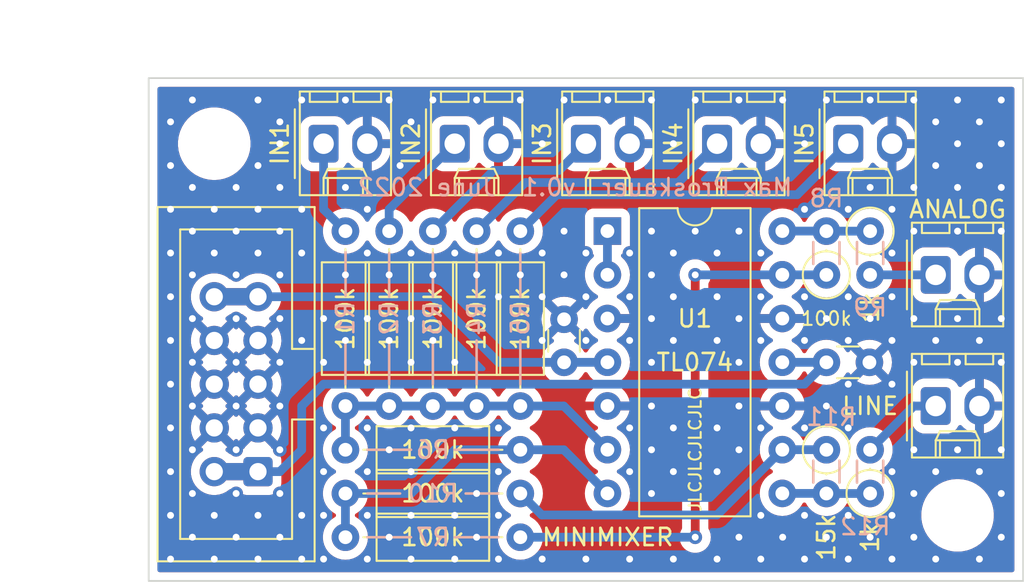
<source format=kicad_pcb>
(kicad_pcb (version 20211014) (generator pcbnew)
  (title_block (title "Minimixer") (date "2022-06-03") (rev "0.1") (company "Max Proskauer"))
  (layers (0 "F.Cu" signal) (31 "B.Cu" signal) (34 "B.Paste" user) (35 "F.Paste" user) (36 "B.SilkS" user "B.Silkscreen") (37 "F.SilkS" user "F.Silkscreen") (38 "B.Mask" user) (39 "F.Mask" user) (44 "Edge.Cuts" user))
  (net 0 "")
  (net 1 "+12V")
  (net 2 "GND")
  (net 3 "-12V")
  (net 4 "/IN1")
  (net 5 "/IN2")
  (net 6 "/IN3")
  (net 7 "/IN4")
  (net 8 "/IN5")
  (net 9 "/ANALOG OUT")
  (net 10 "/SUM_IN")
  (net 11 "/LINE_OUT")
  (net 12 "/MIX")
  (net 13 "/INV_AO_IN")
  (net 14 "/INV_AO_OUT")
  (net 15 "/INV_LO_IN")
  (net 16 "/INV_LO_OUT")
  (net 17 "Net-(U1-Pad1)")
  (footprint "Resistor_THT:R_Axial_DIN0207_L6.3mm_D2.5mm_P10.16mm_Horizontal" (layer "F.Cu") (at 143.5225 96.52 -90)
    (fp_text reference "R2" (at 5.08 0 90) (layer "B.SilkS") (effects (justify mirror)))
    (fp_text value "100k" (at 5.08 0 90) (layer "F.SilkS"))
    (pad "1" thru_hole circle (at 0 0 270) (size 1.6 1.6) (drill 0.8) (layers *.Cu *.Mask) (net 5 "/IN2"))
    (pad "2" thru_hole oval (at 10.16 0 270) (size 1.6 1.6) (drill 0.8) (layers *.Cu *.Mask) (net 10 "/SUM_IN"))
  )
  (footprint "Resistor_THT:R_Axial_DIN0207_L6.3mm_D2.5mm_P10.16mm_Horizontal" (layer "F.Cu") (at 146.0625 96.52 -90)
    (fp_text reference "R3" (at 5.08 0 90) (layer "B.SilkS") (effects (justify mirror)))
    (fp_text value "100k" (at 5.08 0 90) (layer "F.SilkS"))
    (pad "1" thru_hole circle (at 0 0 270) (size 1.6 1.6) (drill 0.8) (layers *.Cu *.Mask) (net 6 "/IN3"))
    (pad "2" thru_hole oval (at 10.16 0 270) (size 1.6 1.6) (drill 0.8) (layers *.Cu *.Mask) (net 10 "/SUM_IN"))
  )
  (footprint "Connector_Molex:Molex_KK-254_AE-6410-02A_1x02_P2.54mm_Vertical" (layer "F.Cu") (at 154.9525 91.44)
    (fp_text reference "J3" hide)
    (fp_text value "IN3" (at -2.54 0 270) (layer "F.SilkS"))
    (pad "1" thru_hole roundrect (at 0 0) (size 1.74 2.19) (drill 1.19) (layers *.Cu *.Mask) (roundrect_rratio 0.1436781609) (net 6 "/IN3"))
    (pad "2" thru_hole oval (at 2.54 0) (size 1.74 2.19) (drill 1.19) (layers *.Cu *.Mask) (net 2 "GND"))
  )
  (footprint "Connector_Molex:Molex_KK-254_AE-6410-02A_1x02_P2.54mm_Vertical" (layer "F.Cu") (at 175.2725 99.06)
    (fp_text reference "J6" hide)
    (fp_text value "ANALOG" (at 1.27 -3.81 180) (layer "F.SilkS"))
    (pad "1" thru_hole roundrect (at 0 0) (size 1.74 2.19) (drill 1.19) (layers *.Cu *.Mask) (roundrect_rratio 0.1436781609) (net 9 "/ANALOG OUT"))
    (pad "2" thru_hole oval (at 2.54 0) (size 1.74 2.19) (drill 1.19) (layers *.Cu *.Mask) (net 2 "GND"))
  )
  (footprint "Resistor_THT:R_Axial_DIN0207_L6.3mm_D2.5mm_P2.54mm_Vertical" (layer "F.Cu") (at 171.4625 111.76 90)
    (fp_text reference "R12" (at -1.905 1.27 180) (layer "B.SilkS") (effects (justify left mirror)))
    (fp_text value "1k" (at -2.54 0 270) (layer "F.SilkS"))
    (pad "1" thru_hole circle (at 0 0 90) (size 1.6 1.6) (drill 0.8) (layers *.Cu *.Mask) (net 16 "/INV_LO_OUT"))
    (pad "2" thru_hole oval (at 2.54 0 90) (size 1.6 1.6) (drill 0.8) (layers *.Cu *.Mask) (net 11 "/LINE_OUT"))
  )
  (footprint "Connector_Molex:Molex_KK-254_AE-6410-02A_1x02_P2.54mm_Vertical" (layer "F.Cu") (at 147.3325 91.44)
    (fp_text reference "J2" hide)
    (fp_text value "IN2" (at -2.54 0 270) (layer "F.SilkS"))
    (pad "1" thru_hole roundrect (at 0 0) (size 1.74 2.19) (drill 1.19) (layers *.Cu *.Mask) (roundrect_rratio 0.1436781609) (net 5 "/IN2"))
    (pad "2" thru_hole oval (at 2.54 0) (size 1.74 2.19) (drill 1.19) (layers *.Cu *.Mask) (net 2 "GND"))
  )
  (footprint "Resistor_THT:R_Axial_DIN0207_L6.3mm_D2.5mm_P10.16mm_Horizontal" (layer "F.Cu") (at 140.9825 96.52 -90)
    (fp_text reference "R1" (at 5.08 0 90) (layer "B.SilkS") (effects (justify mirror)))
    (fp_text value "100k" (at 5.08 0 90) (layer "F.SilkS"))
    (pad "1" thru_hole circle (at 0 0 270) (size 1.6 1.6) (drill 0.8) (layers *.Cu *.Mask) (net 4 "/IN1"))
    (pad "2" thru_hole oval (at 10.16 0 270) (size 1.6 1.6) (drill 0.8) (layers *.Cu *.Mask) (net 10 "/SUM_IN"))
  )
  (footprint "Resistor_THT:R_Axial_DIN0207_L6.3mm_D2.5mm_P10.16mm_Horizontal" (layer "F.Cu") (at 148.6025 96.52 -90)
    (fp_text reference "R4" (at 5.08 0 90) (layer "B.SilkS") (effects (justify mirror)))
    (fp_text value "100k" (at 5.08 0 90) (layer "F.SilkS"))
    (pad "1" thru_hole circle (at 0 0 270) (size 1.6 1.6) (drill 0.8) (layers *.Cu *.Mask) (net 7 "/IN4"))
    (pad "2" thru_hole oval (at 10.16 0 270) (size 1.6 1.6) (drill 0.8) (layers *.Cu *.Mask) (net 10 "/SUM_IN"))
  )
  (footprint "Capacitor_THT:C_Disc_D3.0mm_W1.6mm_P2.50mm" (layer "F.Cu") (at 153.6825 104.14 90)
    (fp_text reference "C1" hide)
    (fp_text value "0.1uF" hide)
    (pad "1" thru_hole circle (at 0 0 90) (size 1.6 1.6) (drill 0.8) (layers *.Cu *.Mask) (net 1 "+12V"))
    (pad "2" thru_hole circle (at 2.5 0 90) (size 1.6 1.6) (drill 0.8) (layers *.Cu *.Mask) (net 2 "GND"))
  )
  (footprint "Resistor_THT:R_Axial_DIN0207_L6.3mm_D2.5mm_P10.16mm_Horizontal" (layer "F.Cu") (at 140.9825 111.76)
    (fp_text reference "R10" (at 5.08 0) (layer "B.SilkS") (effects (justify mirror)))
    (fp_text value "100k" (at 5.08 0) (layer "F.SilkS"))
    (pad "1" thru_hole circle (at 0 0) (size 1.6 1.6) (drill 0.8) (layers *.Cu *.Mask) (net 12 "/MIX"))
    (pad "2" thru_hole oval (at 10.16 0) (size 1.6 1.6) (drill 0.8) (layers *.Cu *.Mask) (net 15 "/INV_LO_IN"))
  )
  (footprint "MountingHole:MountingHole_3.2mm_M3" (layer "F.Cu") (at 133.3625 91.44)
    (fp_text reference "H1" hide)
    (fp_text value "MountingHole" hide)
    (pad "" np_thru_hole circle (at 0 0) (size 3.2 3.2) (drill 3.2) (layers *.Cu *.Mask))
  )
  (footprint "Resistor_THT:R_Axial_DIN0207_L6.3mm_D2.5mm_P2.54mm_Vertical" (layer "F.Cu") (at 168.9225 109.22 -90)
    (fp_text reference "R11" (at -1.905 1.27) (layer "B.SilkS") (effects (justify right mirror)))
    (fp_text value "15k" (at 5.08 0 90) (layer "F.SilkS"))
    (pad "1" thru_hole circle (at 0 0 270) (size 1.6 1.6) (drill 0.8) (layers *.Cu *.Mask) (net 15 "/INV_LO_IN"))
    (pad "2" thru_hole oval (at 2.54 0 270) (size 1.6 1.6) (drill 0.8) (layers *.Cu *.Mask) (net 16 "/INV_LO_OUT"))
  )
  (footprint "Resistor_THT:R_Axial_DIN0207_L6.3mm_D2.5mm_P10.16mm_Horizontal" (layer "F.Cu") (at 140.9825 109.22)
    (fp_text reference "R6" (at 5.08 0) (layer "B.SilkS") (effects (justify mirror)))
    (fp_text value "100k" (at 5.08 0) (layer "F.SilkS"))
    (pad "1" thru_hole circle (at 0 0) (size 1.6 1.6) (drill 0.8) (layers *.Cu *.Mask) (net 10 "/SUM_IN"))
    (pad "2" thru_hole oval (at 10.16 0) (size 1.6 1.6) (drill 0.8) (layers *.Cu *.Mask) (net 12 "/MIX"))
  )
  (footprint "Resistor_THT:R_Axial_DIN0207_L6.3mm_D2.5mm_P10.16mm_Horizontal" (layer "F.Cu") (at 140.9825 114.3)
    (fp_text reference "R7" (at 5.08 0) (layer "B.SilkS") (effects (justify mirror)))
    (fp_text value "100k" (at 5.08 0) (layer "F.SilkS"))
    (pad "1" thru_hole circle (at 0 0) (size 1.6 1.6) (drill 0.8) (layers *.Cu *.Mask) (net 12 "/MIX"))
    (pad "2" thru_hole oval (at 10.16 0) (size 1.6 1.6) (drill 0.8) (layers *.Cu *.Mask) (net 13 "/INV_AO_IN"))
  )
  (footprint "Connector_IDC:IDC-Header_2x05_P2.54mm_Vertical" (layer "F.Cu") (at 135.9025 110.49 180)
    (fp_text reference "J7" hide)
    (fp_text value "Modular Power" hide)
    (pad "1" thru_hole roundrect (at 0 0 180) (size 1.7 1.7) (drill 1) (layers *.Cu *.Mask) (roundrect_rratio 0.1470588235) (net 3 "-12V"))
    (pad "2" thru_hole circle (at 2.54 0 180) (size 1.7 1.7) (drill 1) (layers *.Cu *.Mask) (net 3 "-12V"))
    (pad "3" thru_hole circle (at 0 2.54 180) (size 1.7 1.7) (drill 1) (layers *.Cu *.Mask) (net 2 "GND"))
    (pad "4" thru_hole circle (at 2.54 2.54 180) (size 1.7 1.7) (drill 1) (layers *.Cu *.Mask) (net 2 "GND"))
    (pad "5" thru_hole circle (at 0 5.08 180) (size 1.7 1.7) (drill 1) (layers *.Cu *.Mask) (net 2 "GND"))
    (pad "6" thru_hole circle (at 2.54 5.08 180) (size 1.7 1.7) (drill 1) (layers *.Cu *.Mask) (net 2 "GND"))
    (pad "7" thru_hole circle (at 0 7.62 180) (size 1.7 1.7) (drill 1) (layers *.Cu *.Mask) (net 2 "GND"))
    (pad "8" thru_hole circle (at 2.54 7.62 180) (size 1.7 1.7) (drill 1) (layers *.Cu *.Mask) (net 2 "GND"))
    (pad "9" thru_hole circle (at 0 10.16 180) (size 1.7 1.7) (drill 1) (layers *.Cu *.Mask) (net 1 "+12V"))
    (pad "10" thru_hole circle (at 2.54 10.16 180) (size 1.7 1.7) (drill 1) (layers *.Cu *.Mask) (net 1 "+12V"))
  )
  (footprint "Resistor_THT:R_Axial_DIN0207_L6.3mm_D2.5mm_P2.54mm_Vertical" (layer "F.Cu") (at 168.9225 99.06 90)
    (fp_text reference "R8" (at 4.445 0 180) (layer "B.SilkS") (effects (justify mirror)))
    (fp_text value "100k" (at -2.54 0) (layer "F.SilkS") (effects (font (size 0.8 0.8) (thickness 0.12))))
    (pad "1" thru_hole circle (at 0 0 90) (size 1.6 1.6) (drill 0.8) (layers *.Cu *.Mask) (net 13 "/INV_AO_IN"))
    (pad "2" thru_hole oval (at 2.54 0 90) (size 1.6 1.6) (drill 0.8) (layers *.Cu *.Mask) (net 14 "/INV_AO_OUT"))
  )
  (footprint "Resistor_THT:R_Axial_DIN0207_L6.3mm_D2.5mm_P2.54mm_Vertical" (layer "F.Cu") (at 171.4625 96.52 -90)
    (fp_text reference "R9" (at 4.445 0 -180) (layer "B.SilkS") (effects (justify mirror)))
    (fp_text value "1k" (at 4.445 0 -90) (layer "F.SilkS"))
    (pad "1" thru_hole circle (at 0 0 270) (size 1.6 1.6) (drill 0.8) (layers *.Cu *.Mask) (net 14 "/INV_AO_OUT"))
    (pad "2" thru_hole oval (at 2.54 0 270) (size 1.6 1.6) (drill 0.8) (layers *.Cu *.Mask) (net 9 "/ANALOG OUT"))
  )
  (footprint "MountingHole:MountingHole_3.2mm_M3" (layer "F.Cu") (at 176.5425 113.03)
    (fp_text reference "H2" hide)
    (fp_text value "MountingHole" hide)
    (pad "" np_thru_hole circle (at 0 0) (size 3.2 3.2) (drill 3.2) (layers *.Cu *.Mask))
  )
  (footprint "Connector_Molex:Molex_KK-254_AE-6410-02A_1x02_P2.54mm_Vertical" (layer "F.Cu") (at 170.1925 91.44)
    (fp_text reference "J5" hide)
    (fp_text value "IN5" (at -2.54 0 270) (layer "F.SilkS"))
    (pad "1" thru_hole roundrect (at 0 0) (size 1.74 2.19) (drill 1.19) (layers *.Cu *.Mask) (roundrect_rratio 0.1436781609) (net 8 "/IN5"))
    (pad "2" thru_hole oval (at 2.54 0) (size 1.74 2.19) (drill 1.19) (layers *.Cu *.Mask) (net 2 "GND"))
  )
  (footprint "Resistor_THT:R_Axial_DIN0207_L6.3mm_D2.5mm_P10.16mm_Horizontal" (layer "F.Cu") (at 151.1425 96.52 -90)
    (fp_text reference "R5" (at 5.08 0 90) (layer "B.SilkS") (effects (justify mirror)))
    (fp_text value "100k" (at 5.08 0 90) (layer "F.SilkS"))
    (pad "1" thru_hole circle (at 0 0 270) (size 1.6 1.6) (drill 0.8) (layers *.Cu *.Mask) (net 8 "/IN5"))
    (pad "2" thru_hole oval (at 10.16 0 270) (size 1.6 1.6) (drill 0.8) (layers *.Cu *.Mask) (net 10 "/SUM_IN"))
  )
  (footprint "Package_DIP:DIP-14_W10.16mm" (layer "F.Cu") (at 156.2025 96.515)
    (fp_text reference "U1" (at 5.08 5.085) (layer "F.SilkS"))
    (fp_text value "TL074" (at 5.08 7.625) (layer "F.SilkS"))
    (pad "1" thru_hole rect (at 0 0) (size 1.6 1.6) (drill 0.8) (layers *.Cu *.Mask) (net 17 "Net-(U1-Pad1)"))
    (pad "2" thru_hole oval (at 0 2.54) (size 1.6 1.6) (drill 0.8) (layers *.Cu *.Mask) (net 17 "Net-(U1-Pad1)"))
    (pad "3" thru_hole oval (at 0 5.08) (size 1.6 1.6) (drill 0.8) (layers *.Cu *.Mask) (net 2 "GND"))
    (pad "4" thru_hole oval (at 0 7.62) (size 1.6 1.6) (drill 0.8) (layers *.Cu *.Mask) (net 1 "+12V"))
    (pad "5" thru_hole oval (at 0 10.16) (size 1.6 1.6) (drill 0.8) (layers *.Cu *.Mask) (net 2 "GND"))
    (pad "6" thru_hole oval (at 0 12.7) (size 1.6 1.6) (drill 0.8) (layers *.Cu *.Mask) (net 10 "/SUM_IN"))
    (pad "7" thru_hole oval (at 0 15.24) (size 1.6 1.6) (drill 0.8) (layers *.Cu *.Mask) (net 12 "/MIX"))
    (pad "8" thru_hole oval (at 10.16 15.24) (size 1.6 1.6) (drill 0.8) (layers *.Cu *.Mask) (net 16 "/INV_LO_OUT"))
    (pad "9" thru_hole oval (at 10.16 12.7) (size 1.6 1.6) (drill 0.8) (layers *.Cu *.Mask) (net 15 "/INV_LO_IN"))
    (pad "10" thru_hole oval (at 10.16 10.16) (size 1.6 1.6) (drill 0.8) (layers *.Cu *.Mask) (net 2 "GND"))
    (pad "11" thru_hole oval (at 10.16 7.62) (size 1.6 1.6) (drill 0.8) (layers *.Cu *.Mask) (net 3 "-12V"))
    (pad "12" thru_hole oval (at 10.16 5.08) (size 1.6 1.6) (drill 0.8) (layers *.Cu *.Mask) (net 2 "GND"))
    (pad "13" thru_hole oval (at 10.16 2.54) (size 1.6 1.6) (drill 0.8) (layers *.Cu *.Mask) (net 13 "/INV_AO_IN"))
    (pad "14" thru_hole oval (at 10.16 0) (size 1.6 1.6) (drill 0.8) (layers *.Cu *.Mask) (net 14 "/INV_AO_OUT"))
  )
  (footprint "Connector_Molex:Molex_KK-254_AE-6410-02A_1x02_P2.54mm_Vertical" (layer "F.Cu") (at 175.2725 106.68)
    (fp_text reference "J8" hide)
    (fp_text value "LINE" (at -3.81 0 180) (layer "F.SilkS"))
    (pad "1" thru_hole roundrect (at 0 0) (size 1.74 2.19) (drill 1.19) (layers *.Cu *.Mask) (roundrect_rratio 0.1436781609) (net 11 "/LINE_OUT"))
    (pad "2" thru_hole oval (at 2.54 0) (size 1.74 2.19) (drill 1.19) (layers *.Cu *.Mask) (net 2 "GND"))
  )
  (footprint "Connector_Molex:Molex_KK-254_AE-6410-02A_1x02_P2.54mm_Vertical" (layer "F.Cu") (at 162.5725 91.44)
    (fp_text reference "J4" hide)
    (fp_text value "IN4" (at -2.54 0 270) (layer "F.SilkS"))
    (pad "1" thru_hole roundrect (at 0 0) (size 1.74 2.19) (drill 1.19) (layers *.Cu *.Mask) (roundrect_rratio 0.1436781609) (net 7 "/IN4"))
    (pad "2" thru_hole oval (at 2.54 0) (size 1.74 2.19) (drill 1.19) (layers *.Cu *.Mask) (net 2 "GND"))
  )
  (footprint "Connector_Molex:Molex_KK-254_AE-6410-02A_1x02_P2.54mm_Vertical" (layer "F.Cu") (at 139.7125 91.44)
    (fp_text reference "J1" hide)
    (fp_text value "IN1" (at -2.54 0 270) (layer "F.SilkS"))
    (pad "1" thru_hole roundrect (at 0 0) (size 1.74 2.19) (drill 1.19) (layers *.Cu *.Mask) (roundrect_rratio 0.1436781609) (net 4 "/IN1"))
    (pad "2" thru_hole oval (at 2.54 0) (size 1.74 2.19) (drill 1.19) (layers *.Cu *.Mask) (net 2 "GND"))
  )
  (footprint "Capacitor_THT:C_Disc_D3.0mm_W1.6mm_P2.50mm" (layer "F.Cu") (at 171.4225 104.14 180)
    (fp_text reference "C2" hide)
    (fp_text value "0.1uF" hide)
    (pad "1" thru_hole circle (at 0 0 180) (size 1.6 1.6) (drill 0.8) (layers *.Cu *.Mask) (net 2 "GND"))
    (pad "2" thru_hole circle (at 2.5 0 180) (size 1.6 1.6) (drill 0.8) (layers *.Cu *.Mask) (net 3 "-12V"))
  )
  (gr_line (start 147.9675 111.76) (end 149.8725 111.76) (layer "B.SilkS") (width 0.15))
  (gr_line (start 170.7005 111.125) (end 170.7005 109.855) (layer "B.SilkS") (width 0.15))
  (gr_line (start 140.9825 102.87) (end 140.9825 105.41) (layer "B.SilkS") (width 0.15))
  (gr_line (start 172.2245 98.425) (end 172.2245 97.155) (layer "B.SilkS") (width 0.15))
  (gr_line (start 144.7925 109.22) (end 142.2525 109.22) (layer "B.SilkS") (width 0.15))
  (gr_line (start 172.2245 111.125) (end 172.2245 109.855) (layer "B.SilkS") (width 0.15))
  (gr_line (start 143.5225 102.87) (end 143.5225 105.41) (layer "B.SilkS") (width 0.15))
  (gr_line (start 143.5225 97.79) (end 143.5225 100.33) (layer "B.SilkS") (width 0.15))
  (gr_line (start 168.1605 98.425) (end 168.1605 97.155) (layer "B.SilkS") (width 0.15))
  (gr_line (start 169.6845 98.425) (end 169.6845 97.155) (layer "B.SilkS") (width 0.15))
  (gr_line (start 151.1425 97.79) (end 151.1425 100.33) (layer "B.SilkS") (width 0.15))
  (gr_line (start 146.0625 97.79) (end 146.0625 100.33) (layer "B.SilkS") (width 0.15))
  (gr_line (start 140.990411 97.738187) (end 140.990411 100.278187) (layer "B.SilkS") (width 0.15))
  (gr_line (start 144.1575 111.76) (end 142.2525 111.76) (layer "B.SilkS") (width 0.15))
  (gr_line (start 149.8725 114.3) (end 147.3325 114.3) (layer "B.SilkS") (width 0.15))
  (gr_line (start 148.6025 102.87) (end 148.6025 105.41) (layer "B.SilkS") (width 0.15))
  (gr_line (start 170.7005 97.155) (end 170.7005 98.425) (layer "B.SilkS") (width 0.15))
  (gr_line (start 148.6025 97.79) (end 148.6025 100.33) (layer "B.SilkS") (width 0.15))
  (gr_line (start 146.0625 102.87) (end 146.0625 105.41) (layer "B.SilkS") (width 0.15))
  (gr_line (start 169.6845 111.125) (end 169.6845 109.855) (layer "B.SilkS") (width 0.15))
  (gr_line (start 149.8725 109.22) (end 147.3325 109.22) (layer "B.SilkS") (width 0.15))
  (gr_line (start 144.7925 114.3) (end 142.2525 114.3) (layer "B.SilkS") (width 0.15))
  (gr_line (start 151.1425 102.87) (end 151.1425 105.41) (layer "B.SilkS") (width 0.15))
  (gr_line (start 168.1605 111.125) (end 168.1605 109.855) (layer "B.SilkS") (width 0.15))
  (gr_rect (start 129.5525 87.63) (end 180.3525 116.84) (layer "Edge.Cuts") (width 0.1) (fill none))
  (gr_text "Max Proskauer  v0.1  June 2022" (at 154.3175 93.98) (layer "B.SilkS") (effects (font (size 1 1)) (justify mirror)))
  (gr_text "JLCJLCJLCJLC" (at 161.3025 109.22 90) (layer "F.SilkS") (effects (font (size 0.7 0.7) (thickness 0.12))))
  (gr_text "MINIMIXER" (at 156.2225 114.3) (layer "F.SilkS") (effects (font (size 1 1))))
  (segment (start 135.9025 100.33) (end 133.3625 100.33) (width 1) (layer "F.Cu") (net 1))
  (segment (start 149.8725 104.14) (end 146.0625 100.33) (width 0.508) (layer "B.Cu") (net 1))
  (segment (start 153.6825 104.14) (end 156.1975 104.14) (width 0.508) (layer "B.Cu") (net 1))
  (segment (start 149.8725 104.14) (end 153.6825 104.14) (width 0.508) (layer "B.Cu") (net 1))
  (segment (start 146.0625 100.33) (end 135.9025 100.33) (width 0.508) (layer "B.Cu") (net 1))
  (segment (start 133.3625 100.33) (end 135.9025 100.33) (width 1) (layer "B.Cu") (net 1))
  (segment (start 156.1975 104.14) (end 156.2025 104.135) (width 0.508) (layer "B.Cu") (net 1))
  (via (at 160.0325 102.87) (size 0.8) (drill 0.4) (layers "F.Cu" "B.Cu") (net 2))
  (via (at 134.6325 99.06) (size 0.8) (drill 0.4) (layers "F.Cu" "B.Cu") (net 2))
  (via (at 130.8225 97.79) (size 0.8) (drill 0.4) (layers "F.Cu" "B.Cu") (net 2))
  (via (at 149.8725 107.95) (size 0.8) (drill 0.4) (layers "F.Cu" "B.Cu") (net 2))
  (via (at 132.0925 111.76) (size 0.8) (drill 0.4) (layers "F.Cu" "B.Cu") (net 2))
  (via (at 167.6525 113.03) (size 0.8) (drill 0.4) (layers "F.Cu" "B.Cu") (net 2))
  (via (at 139.7125 110.49) (size 0.8) (drill 0.4) (layers "F.Cu" "B.Cu") (net 2))
  (via (at 163.8425 88.9) (size 0.8) (drill 0.4) (layers "F.Cu" "B.Cu") (net 2))
  (via (at 157.4925 97.79) (size 0.8) (drill 0.4) (layers "F.Cu" "B.Cu") (net 2))
  (via (at 163.8425 101.6) (size 0.8) (drill 0.4) (layers "F.Cu" "B.Cu") (net 2))
  (via (at 163.8425 109.22) (size 0.8) (drill 0.4) (layers "F.Cu" "B.Cu") (net 2))
  (via (at 174.0025 88.9) (size 0.8) (drill 0.4) (layers "F.Cu" "B.Cu") (net 2))
  (via (at 137.1725 96.52) (size 0.8) (drill 0.4) (layers "F.Cu" "B.Cu") (net 2))
  (via (at 179.0825 111.76) (size 0.8) (drill 0.4) (layers "F.Cu" "B.Cu") (net 2))
  (via (at 163.8425 106.68) (size 0.8) (drill 0.4) (layers "F.Cu" "B.Cu") (net 2))
  (via (at 132.0925 106.68) (size 0.8) (drill 0.4) (layers "F.Cu" "B.Cu") (net 2))
  (via (at 165.1125 102.87) (size 0.8) (drill 0.4) (layers "F.Cu" "B.Cu") (net 2))
  (via (at 135.9025 95.25) (size 0.8) (drill 0.4) (layers "F.Cu" "B.Cu") (net 2))
  (via (at 172.7325 95.25) (size 0.8) (drill 0.4) (layers "F.Cu" "B.Cu") (net 2))
  (via (at 176.5425 88.9) (size 0.8) (drill 0.4) (layers "F.Cu" "B.Cu") (net 2))
  (via (at 170.1925 105.41) (size 0.8) (drill 0.4) (layers "F.Cu" "B.Cu") (net 2))
  (via (at 171.4625 101.6) (size 0.8) (drill 0.4) (layers "F.Cu" "B.Cu") (net 2))
  (via (at 162.5725 97.79) (size 0.8) (drill 0.4) (layers "F.Cu" "B.Cu") (net 2))
  (via (at 139.7125 113.03) (size 0.8) (drill 0.4) (layers "F.Cu" "B.Cu") (net 2))
  (via (at 148.6025 111.76) (size 0.8) (drill 0.4) (layers "F.Cu" "B.Cu") (net 2))
  (via (at 132.0925 93.98) (size 0.8) (drill 0.4) (layers "F.Cu" "B.Cu") (net 2))
  (via (at 134.6325 109.22) (size 0.8) (drill 0.4) (layers "F.Cu" "B.Cu") (net 2))
  (via (at 160.0325 100.33) (size 0.8) (drill 0.4) (layers "F.Cu" "B.Cu") (net 2))
  (via (at 140.9825 99.06) (size 0.8) (drill 0.4) (layers "F.Cu" "B.Cu") (net 2))
  (via (at 152.4125 97.79) (size 0.8) (drill 0.4) (layers "F.Cu" "B.Cu") (net 2))
  (via (at 144.7925 110.49) (size 0.8) (drill 0.4) (layers "F.Cu" "B.Cu") (net 2))
  (via (at 152.4125 102.87) (size 0.8) (drill 0.4) (layers "F.Cu" "B.Cu") (net 2))
  (via (at 171.4625 88.9) (size 0.8) (drill 0.4) (layers "F.Cu" "B.Cu") (net 2))
  (via (at 174.0025 114.3) (size 0.8) (drill 0.4) (layers "F.Cu" "B.Cu") (net 2))
  (via (at 158.7625 111.76) (size 0.8) (drill 0.4) (layers "F.Cu" "B.Cu") (net 2))
  (via (at 142.2525 115.57) (size 0.8) (drill 0.4) (layers "F.Cu" "B.Cu") (net 2))
  (via (at 133.3625 113.03) (size 0.8) (drill 0.4) (layers "F.Cu" "B.Cu") (net 2))
  (via (at 175.2725 92.71) (size 0.8) (drill 0.4) (layers "F.Cu" "B.Cu") (net 2))
  (via (at 135.9025 113.03) (size 0.8) (drill 0.4) (layers "F.Cu" "B.Cu") (net 2))
  (via (at 176.5425 101.6) (size 0.8) (drill 0.4) (layers "F.Cu" "B.Cu") (net 2))
  (via (at 167.6525 95.25) (size 0.8) (drill 0.4) (layers "F.Cu" "B.Cu") (net 2))
  (via (at 137.1725 109.22) (size 0.8) (drill 0.4) (layers "F.Cu" "B.Cu") (net 2))
  (via (at 176.5425 96.52) (size 0.8) (drill 0.4) (layers "F.Cu" "B.Cu") (net 2))
  (via (at 152.4125 100.33) (size 0.8) (drill 0.4) (layers "F.Cu" "B.Cu") (net 2))
  (via (at 143.5225 99.06) (size 0.8) (drill 0.4) (layers "F.Cu" "B.Cu") (net 2))
  (via (at 144.7925 115.57) (size 0.8) (drill 0.4) (layers "F.Cu" "B.Cu") (net 2))
  (via (at 158.7625 106.68) (size 0.8) (drill 0.4) (layers "F.Cu" "B.Cu") (net 2))
  (via (at 156.2225 88.9) (size 0.8) (drill 0.4) (layers "F.Cu" "B.Cu") (net 2))
  (via (at 166.3825 88.9) (size 0.8) (drill 0.4) (layers "F.Cu" "B.Cu") (net 2))
  (via (at 162.5725 102.87) (size 0.8) (drill 0.4) (layers "F.Cu" "B.Cu") (net 2))
  (via (at 170.1925 102.87) (size 0.8) (drill 0.4) (layers "F.Cu" "B.Cu") (net 2))
  (via (at 135.9025 97.79) (size 0.8) (drill 0.4) (layers "F.Cu" "B.Cu") (net 2))
  (via (at 176.5425 91.44) (size 0.8) (drill 0.4) (layers "F.Cu" "B.Cu") (net 2))
  (via (at 174.0025 93.98) (size 0.8) (drill 0.4) (layers "F.Cu" "B.Cu") (net 2))
  (via (at 177.8125 92.71) (size 0.8) (drill 0.4) (layers "F.Cu" "B.Cu") (net 2))
  (via (at 170.1925 107.95) (size 0.8) (drill 0.4) (layers "F.Cu" "B.Cu") (net 2))
  (via (at 143.5225 109.22) (size 0.8) (drill 0.4) (layers "F.Cu" "B.Cu") (net 2))
  (via (at 133.3625 115.57) (size 0.8) (drill 0.4) (layers "F.Cu" "B.Cu") (net 2))
  (via (at 157.4925 115.57) (size 0.8) (drill 0.4) (layers "F.Cu" "B.Cu") (net 2))
  (via (at 157.4925 100.33) (size 0.8) (drill 0.4) (layers "F.Cu" "B.Cu") (net 2))
  (via (at 144.7925 101.6) (size 0.8) (drill 0.4) (layers "F.Cu" "B.Cu") (net 2))
  (via (at 179.0825 91.44) (size 0.8) (drill 0.4) (layers "F.Cu" "B.Cu") (net 2))
  (via (at 149.8725 97.79) (size 0.8) (drill 0.4) (layers "F.Cu" "B.Cu") (net 2))
  (via (at 174.0025 101.6) (size 0.8) (drill 0.4) (layers "F.Cu" "B.Cu") (net 2))
  (via (at 168.9225 106.68) (size 0.8) (drill 0.4) (layers "F.Cu" "B.Cu") (net 2))
  (via (at 144.7925 104.14) (size 0.8) (drill 0.4) (layers "F.Cu" "B.Cu") (net 2))
  (via (at 176.5425 93.98) (size 0.8) (drill 0.4) (layers "F.Cu" "B.Cu") (net 2))
  (via (at 134.6325 104.14) (size 0.8) (drill 0.4) (layers "F.Cu" "B.Cu") (net 2))
  (via (at 137.1725 90.17) (size 0.8) (drill 0.4) (layers "F.Cu" "B.Cu") (net 2))
  (via (at 174.0025 96.52) (size 0.8) (drill 0.4) (layers "F.Cu" "B.Cu") (net 2))
  (via (at 147.3325 107.95) (size 0.8) (drill 0.4) (layers "F.Cu" "B.Cu") (net 2))
  (via (at 132.0925 88.9) (size 0.8) (drill 0.4) (layers "F.Cu" "B.Cu") (net 2))
  (via (at 165.1125 107.95) (size 0.8) (drill 0.4) (layers "F.Cu" "B.Cu") (net 2))
  (via (at 162.5725 100.33) (size 0.8) (drill 0.4) (layers "F.Cu" "B.Cu") (net 2))
  (via (at 148.6025 99.06) (size 0.8) (drill 0.4) (layers "F.Cu" "B.Cu") (net 2))
  (via (at 149.8725 100.33) (size 0.8) (drill 0.4) (layers "F.Cu" "B.Cu") (net 2))
  (via (at 137.1725 91.44) (size 0.8) (drill 0.4) (layers "F.Cu" "B.Cu") (net 2))
  (via (at 137.1725 99.06) (size 0.8) (drill 0.4) (layers "F.Cu" "B.Cu") (net 2))
  (via (at 135.9025 115.57) (size 0.8) (drill 0.4) (layers "F.Cu" "B.Cu") (net 2))
  (via (at 142.2525 113.03) (size 0.8) (drill 0.4) (layers "F.Cu" "B.Cu") (net 2))
  (via (at 149.8725 110.49) (size 0.8) (drill 0.4) (layers "F.Cu" "B.Cu") (net 2))
  (via (at 154.9525 102.87) (size 0.8) (drill 0.4) (layers "F.Cu" "B.Cu") (net 2))
  (via (at 134.6325 101.6) (size 0.8) (drill 0.4) (layers "F.Cu" "B.Cu") (net 2))
  (via (at 179.0825 88.9) (size 0.8) (drill 0.4) (layers "F.Cu" "B.Cu") (net 2))
  (via (at 137.1725 93.98) (size 0.8) (drill 0.4) (layers "F.Cu" "B.Cu") (net 2))
  (via (at 179.0825 93.98) (size 0.8) (drill 0.4) (layers "F.Cu" "B.Cu") (net 2))
  (via (at 172.7325 97.79) (size 0.8) (drill 0.4) (layers "F.Cu" "B.Cu") (net 2))
  (via (at 153.6825 96.52) (size 0.8) (drill 0.4) (layers "F.Cu" "B.Cu") (net 2))
  (via (at 167.6525 107.95) (size 0.8) (drill 0.4) (layers "F.Cu" "B.Cu") (net 2))
  (via (at 170.1925 115.57) (size 0.8) (drill 0.4) (layers "F.Cu" "B.Cu") (net 2))
  (via (at 138.4425 102.87) (size 0.8) (drill 0.4) (layers "F.Cu" "B.Cu") (net 2))
  (via (at 160.0325 107.95) (size 0.8) (drill 0.4) (layers "F.Cu" "B.Cu") (net 2))
  (via (at 158.7625 96.52) (size 0.8) (drill 0.4) (layers "F.Cu" "B.Cu") (net 2))
  (via (at 144.7925 107.95) (size 0.8) (drill 0.4) (layers "F.Cu" "B.Cu") (net 2))
  (via (at 154.9525 115.57) (size 0.8) (drill 0.4) (layers "F.Cu" "B.Cu") (net 2))
  (via (at 179.0825 114.3) (size 0.8) (drill 0.4) (layers "F.Cu" "B.Cu") (net 2))
  (via (at 143.5225 88.9) (size 0.8) (drill 0.4) (layers "F.Cu" "B.Cu") (net 2))
  (via (at 172.7325 115.57) (size 0.8) (drill 0.4) (layers "F.Cu" "B.Cu") (net 2))
  (via (at 165.1125 113.03) (size 0.8) (drill 0.4) (layers "F.Cu" "B.Cu") (net 2))
  (via (at 140.9825 93.98) (size 0.8) (drill 0.4) (layers "F.Cu" "B.Cu") (net 2))
  (via (at 130.8225 115.57) (size 0.8) (drill 0.4) (layers "F.Cu" "B.Cu") (net 2))
  (via (at 152.4125 115.57) (size 0.8) (drill 0.4) (layers "F.Cu" "B.Cu") (net 2))
  (via (at 175.2725 90.17) (size 0.8) (drill 0.4) (layers "F.Cu" "B.Cu") (net 2))
  (via (at 172.7325 110.49) (size 0.8) (drill 0.4) (layers "F.Cu" "B.Cu") (net 2))
  (via (at 168.9225 114.3) (size 0.8) (drill 0.4) (layers "F.Cu" "B.Cu") (net 2))
  (via (at 140.9825 88.9) (size 0.8) (drill 0.4) (layers "F.Cu" "B.Cu") (net 2))
  (via (at 163.8425 104.14) (size 0.8) (drill 0.4) (layers "F.Cu" "B.Cu") (net 2))
  (via (at 162.5725 107.95) (size 0.8) (drill 0.4) (layers "F.Cu" "B.Cu") (net 2))
  (via (at 130.8225 105.41) (size 0.8) (drill 0.4) (layers "F.Cu" "B.Cu") (net 2))
  (via (at 138.4425 113.03) (size 0.8) (drill 0.4) (layers "F.Cu" "B.Cu") (net 2))
  (via (at 179.0825 109.22) (size 0.8) (drill 0.4) (layers "F.Cu" "B.Cu") (net 2))
  (via (at 154.9525 100.33) (size 0.8) (drill 0.4) (layers "F.Cu" "B.Cu") (net 2))
  (via (at 152.4125 91.44) (size 0.8) (drill 0.4) (layers "F.Cu" "B.Cu") (net 2))
  (via (at 168.9225 101.6) (size 0.8) (drill 0.4) (layers "F.Cu" "B.Cu") (net 2))
  (via (at 158.7625 109.22) (size 0.8) (drill 0.4) (layers "F.Cu" "B.Cu") (net 2))
  (via (at 130.8225 102.87) (size 0.8) (drill 0.4) (layers "F.Cu" "B.Cu") (net 2))
  (via (at 167.6525 115.57) (size 0.8) (drill 0.4) (layers "F.Cu" "B.Cu") (net 2))
  (via (at 172.7325 105.41) (size 0.8) (drill 0.4) (layers "F.Cu" "B.Cu") (net 2))
  (via (at 138.4425 97.79) (size 0.8) (drill 0.4) (layers "F.Cu" "B.Cu") (net 2))
  (via (at 175.2725 110.49) (size 0.8) (drill 0.4) (layers "F.Cu" "B.Cu") (net 2))
  (via (at 146.0625 99.06) (size 0.8) (drill 0.4) (layers "F.Cu" "B.Cu") (net 2))
  (via (at 158.7625 101.6) (size 0.8) (drill 0.4) (layers "F.Cu" "B.Cu") (net 2))
  (via (at 132.0925 109.22) (size 0.8) (drill 0.4) (layers "F.Cu" "B.Cu") (net 2))
  (via (at 167.6525 102.87) (size 0.8) (drill 0.4) (layers "F.Cu" "B.Cu") (net 2))
  (via (at 130.8225 100.33) (size 0.8) (drill 0.4) (layers "F.Cu" "B.Cu") (net 2))
  (via (at 142.2525 107.95) (size 0.8) (drill 0.4) (layers "F.Cu" "B.Cu") (net 2))
  (via (at 135.9025 88.9) (size 0.8) (drill 0.4) (layers "F.Cu" "B.Cu") (net 2))
  (via (at 144.7925 113.03) (size 0.8) (drill 0.4) (layers "F.Cu" "B.Cu") (net 2))
  (via (at 143.5225 114.3) (size 0.8) (drill 0.4) (layers "F.Cu" "B.Cu") (net 2))
  (via (at 130.8225 90.17) (size 0.8) (drill 0.4) (layers "F.Cu" "B.Cu") (net 2))
  (via (at 153.6825 88.9) (size 0.8) (drill 0.4) (layers "F.Cu" "B.Cu") (net 2))
  (via (at 176.5425 104.14) (size 0.8) (drill 0.4) (layers "F.Cu" "B.Cu") (net 2))
  (via (at 138.4425 88.9) (size 0.8) (drill 0.4) (layers "F.Cu" "B.Cu") (net 2))
  (via (at 132.0925 96.52) (size 0.8) (drill 0.4) (layers "F.Cu" "B.Cu") (net 2))
  (via (at 161.3025 88.9) (size 0.8) (drill 0.4) (layers "F.Cu" "B.Cu") (net 2))
  (via (at 157.4925 110.49) (size 0.8) (drill 0.4) (layers "F.Cu" "B.Cu") (net 2))
  (via (at 165.1125 115.57) (size 0.8) (drill 0.4) (layers "F.Cu" "B.Cu") (net 2))
  (via (at 147.3325 115.57) (size 0.8) (drill 0.4) (layers "F.Cu" "B.Cu") (net 2))
  (via (at 146.0625 102.87) (size 0.8) (drill 0.4) (layers "F.Cu" "B.Cu") (net 2))
  (via (at 149.8725 113.03) (size 0.8) (drill 0.4) (layers "F.Cu" "B.Cu") (net 2))
  (via (at 168.9225 88.9) (size 0.8) (drill 0.4) (layers "F.Cu" "B.Cu") (net 2))
  (via (at 142.2525 97.79) (size 0.8) (drill 0.4) (layers "F.Cu" "B.Cu") (net 2))
  (via (at 137.1725 101.6) (size 0.8) (drill 0.4) (layers "F.Cu" "B.Cu") (net 2))
  (via (at 160.0325 97.79) (size 0.8) (drill 0.4) (layers "F.Cu" "B.Cu") (net 2))
  (via (at 170.1925 95.25) (size 0.8) (drill 0.4) (layers "F.Cu" "B.Cu") (net 2))
  (via (at 163.8425 114.3) (size 0.8) (drill 0.4) (layers "F.Cu" "B.Cu") (net 2))
  (via (at 174.0025 111.76) (size 0.8) (drill 0.4) (layers "F.Cu" "B.Cu") (net 2))
  (via (at 157.4925 102.87) (size 0.8) (drill 0.4) (layers "F.Cu" "B.Cu") (net 2))
  (via (at 162.5725 110.49) (size 0.8) (drill 0.4) (layers "F.Cu" "B.Cu") (net 2))
  (via (at 146.0625 88.9) (size 0.8) (drill 0.4) (layers "F.Cu" "B.Cu") (net 2))
  (via (at 177.8125 110.49) (size 0.8) (drill 0.4) (layers "F.Cu" "B.Cu") (net 2))
  (via (at 179.0825 96.52) (size 0.8) (drill 0.4) (layers "F.Cu" "B.Cu") (net 2))
  (via (at 170.1925 100.33) (size 0.8) (drill 0.4) (layers "F.Cu" "B.Cu") (net 2))
  (via (at 130.8225 95.25) (size 0.8) (drill 0.4) (layers "F.Cu" "B.Cu") (net 2))
  (via (at 149.8725 115.57) (size 0.8) (drill 0.4) (layers "F.Cu" "B.Cu") (net 2))
  (via (at 134.6325 111.76) (size 0.8) (drill 0.4) (layers "F.Cu" "B.Cu") (net 2))
  (via (at 144.7925 90.17) (size 0.8) (drill 0.4) (layers "F.Cu" "B.Cu") (net 2))
  (via (at 138.4425 95.25) (size 0.8) (drill 0.4) (layers "F.Cu" "B.Cu") (net 2))
  (via (at 137.1725 104.14) (size 0.8) (drill 0.4) (layers "F.Cu" "B.Cu") (net 2))
  (via (at 154.9525 97.79) (size 0.8) (drill 0.4) (layers "F.Cu" "B.Cu") (net 2))
  (via (at 151.1425 99.06) (size 0.8) (drill 0.4) (layers "F.Cu" "B.Cu") (net 2))
  (via (at 161.3025 96.52) (size 0.8) (drill 0.4) (layers "F.Cu" "B.Cu") (net 2))
  (via (at 137.1725 114.3) (size 0.8) (drill 0.4) (layers "F.Cu" "B.Cu") (net 2))
  (via (at 138.4425 115.57) (size 0.8) (drill 0.4) (layers "F.Cu" "B.Cu") (net 2))
  (via (at 175.2725 102.87) (size 0.8) (drill 0.4) (layers "F.Cu" "B.Cu") (net 2))
  (via (at 165.1125 97.79) (size 0.8) (drill 0.4) (layers "F.Cu" "B.Cu") (net 2))
  (via (at 142.2525 110.49) (size 0.8) (drill 0.4) (layers "F.Cu" "B.Cu") (net 2))
  (via (at 133.3625 97.79) (size 0.8) (drill 0.4) (layers "F.Cu" "B.Cu") (net 2))
  (via (at 137.1725 111.76) (size 0.8) (drill 0.4) (layers "F.Cu" "B.Cu") (net 2))
  (via (at 147.3325 104.14) (size 0.8) (drill 0.4) (layers "F.Cu" "B.Cu") (net 2))
  (via (at 153.6825 99.06) (size 0.8) (drill 0.4) (layers "F.Cu" "B.Cu") (net 2))
  (via (at 142.2525 95.25) (size 0.8) (drill 0.4) (layers "F.Cu" "B.Cu") (net 2))
  (via (at 143.5225 102.87) (size 0.8) (drill 0.4) (layers "F.Cu" "B.Cu") (net 2))
  (via (at 172.7325 113.03) (size 0.8) (drill 0.4) (layers "F.Cu" "B.Cu") (net 2))
  (via (at 134.6325 96.52) (size 0.8) (drill 0.4) (layers "F.Cu" "B.Cu") (net 2))
  (via (at 144.7925 97.79) (size 0.8) (drill 0.4) (layers "F.Cu" "B.Cu") (net 2))
  (via (at 132.0925 104.14) (size 0.8) (drill 0.4) (layers "F.Cu" "B.Cu") (net 2))
  (via (at 174.0025 104.14) (size 0.8) (drill 0.4) (layers "F.Cu" "B.Cu") (net 2))
  (via (at 130.8225 110.49) (size 0.8) (drill 0.4) (layers "F.Cu" "B.Cu") (net 2))
  (via (at 177.8125 102.87) (size 0.8) (drill 0.4) (layers "F.Cu" "B.Cu") (net 2))
  (via (at 163.8425 96.52) (size 0.8) (drill 0.4) (layers "F.Cu" "B.Cu") (net 2))
  (via (at 137.1725 106.68) (size 0.8) (drill 0.4) (layers "F.Cu" "B.Cu") (net 2))
  (via (at 160.0325 110.49) (size 0.8) (drill 0.4) (layers "F.Cu" "B.Cu") (net 2))
  (via (at 133.3625 95.25) (size 0.8) (drill 0.4) (layers "F.Cu" "B.Cu") (net 2))
  (via (at 132.0925 99.06) (size 0.8) (drill 0.4) (layers "F.Cu" "B.Cu") (net 2))
  (via (at 132.0925 114.3) (size 0.8) (drill 0.4) (layers "F.Cu" "B.Cu") (net 2))
  (via (at 157.4925 107.95) (size 0.8) (drill 0.4) (layers "F.Cu" "B.Cu") (net 2))
  (via (at 130.8225 113.03) (size 0.8) (drill 0.4) (layers "F.Cu" "B.Cu") (net 2))
  (via (at 167.6525 91.44) (size 0.8) (drill 0.4) (layers "F.Cu" "B.Cu") (net 2))
  (via (at 130.8225 92.71) (size 0.8) (drill 0.4) (layers "F.Cu" "B.Cu") (net 2))
  (via (at 176.5425 109.22) (size 0.8) (drill 0.4) (layers "F.Cu" "B.Cu") (net 2))
  (via (at 139.7125 107.95) (size 0.8) (drill 0.4) (layers "F.Cu" "B.Cu") (net 2))
  (via (at 179.0825 104.14) (size 0.8) (drill 0.4) (layers "F.Cu" "B.Cu") (net 2))
  (via (at 171.4625 114.3) (size 0.8) (drill 0.4) (layers "F.Cu" "B.Cu") (net 2))
  (via (at 172.7325 100.33) (size 0.8) (drill 0.4) (layers "F.Cu" "B.Cu") (net 2))
  (via (at 139.7125 101.6) (size 0.8) (drill 0.4) (layers "F.Cu" "B.Cu") (net 2))
  (via (at 144.1575 92.71) (size 0.8) (drill 0.4) (layers "F.Cu" "B.Cu") (net 2))
  (via (at 160.0325 115.57) (size 0.8) (drill 0.4) (layers "F.Cu" "B.Cu") (net 2))
  (via (at 172.7325 102.87) (size 0.8) (drill 0.4) (layers "F.Cu" "B.Cu") (net 2))
  (via (at 134.6325 106.68) (size 0.8) (drill 0.4) (layers "F.Cu" "B.Cu") (net 2))
  (via (at 130.8225 107.95) (size 0.8) (drill 0.4) (layers "F.Cu" "B.Cu") (net 2))
  (via (at 147.3325 97.79) (size 0.8) (drill 0.4) (layers "F.Cu" "B.Cu") (net 2))
  (via (at 175.2725 115.57) (size 0.8) (drill 0.4) (layers "F.Cu" "B.Cu") (net 2))
  (via (at 142.2525 101.6) (size 0.8) (drill 0.4) (layers "F.Cu" "B.Cu") (net 2))
  (via (at 166.3825 114.3) (size 0.8) (drill 0.4) (layers "F.Cu" "B.Cu") (net 2))
  (via (at 171.4625 93.98) (size 0.8) (drill 0.4) (layers "F.Cu" "B.Cu") (net 2))
  (via (at 170.1925 113.03) (size 0.8) (drill 0.4) (layers "F.Cu" "B.Cu") (net 2))
  (via (at 158.7625 104.14) (size 0.8) (drill 0.4) (layers "F.Cu" "B.Cu") (net 2))
  (via (at 158.7625 99.06) (size 0.8) (drill 0.4) (layers "F.Cu" "B.Cu") (net 2))
  (via (at 174.0025 109.22) (size 0.8) (drill 0.4) (layers "F.Cu" "B.Cu") (net 2))
  (via (at 140.9825 102.87) (size 0.8) (drill 0.4) (layers "F.Cu" "B.Cu") (net 2))
  (via (at 135.9025 92.71) (size 0.8) (drill 0.4) (layers "F.Cu" "B.Cu") (net 2))
  (via (at 167.6525 100.33) (size 0.8) (drill 0.4) (layers "F.Cu" "B.Cu") (net 2))
  (via (at 132.0925 101.6) (size 0.8) (drill 0.4) (layers "F.Cu" "B.Cu") (net 2))
  (via (at 148.6025 114.3) (size 0.8) (drill 0.4) (layers "F.Cu" "B.Cu") (net 2))
  (via (at 139.7125 115.57) (size 0.8) (drill 0.4) (layers "F.Cu" "B.Cu") (net 2))
  (via (at 158.7625 88.9) (size 0.8) (drill 0.4) (layers "F.Cu" "B.Cu") (net 2))
  (via (at 148.6025 88.9) (size 0.8) (drill 0.4) (layers "F.Cu" "B.Cu") (net 2))
  (via (at 177.8125 90.17) (size 0.8) (drill 0.4) (layers "F.Cu" "B.Cu") (net 2))
  (via (at 177.8125 115.57) (size 0.8) (drill 0.4) (layers "F.Cu" "B.Cu") (net 2))
  (via (at 147.3325 113.03) (size 0.8) (drill 0.4) (layers "F.Cu" "B.Cu") (net 2))
  (via (at 165.1125 100.33) (size 0.8) (drill 0.4) (layers "F.Cu" "B.Cu") (net 2))
  (via (at 142.2525 104.14) (size 0.8) (drill 0.4) (layers "F.Cu" "B.Cu") (net 2))
  (via (at 134.6325 93.98) (size 0.8) (drill 0.4) (layers "F.Cu" "B.Cu") (net 2))
  (via (at 179.0825 101.6) (size 0.8) (drill 0.4) (layers "F.Cu" "B.Cu") (net 2))
  (via (at 139.7125 104.14) (size 0.8) (drill 0.4) (layers "F.Cu" "B.Cu") (net 2))
  (via (at 151.1425 88.9) (size 0.8) (drill 0.4) (layers "F.Cu" "B.Cu") (net 2))
  (via (at 134.6325 114.3) (size 0.8) (drill 0.4) (layers "F.Cu" "B.Cu") (net 2))
  (via (at 160.0325 91.44) (size 0.8) (drill 0.4) (layers "F.Cu" "B.Cu") (net 2))
  (via (at 162.5725 115.57) (size 0.8) (drill 0.4) (layers "F.Cu" "B.Cu") (net 2))
  (segment (start 135.9025 110.49) (end 133.3625 110.49) (width 1) (layer "F.Cu") (net 3))
  (segment (start 166.3675 104.14) (end 166.3625 104.135) (width 0.508) (layer "B.Cu") (net 3))
  (segment (start 133.3625 110.49) (end 135.9025 110.49) (width 1) (layer "B.Cu") (net 3))
  (segment (start 167.6525 105.41) (end 139.7125 105.41) (width 0.508) (layer "B.Cu") (net 3))
  (segment (start 168.9225 104.14) (end 167.6525 105.41) (width 0.508) (layer "B.Cu") (net 3))
  (segment (start 138.4425 109.22) (end 137.1725 110.49) (width 0.508) (layer "B.Cu") (net 3))
  (segment (start 168.9225 104.14) (end 166.3675 104.14) (width 0.508) (layer "B.Cu") (net 3))
  (segment (start 137.1725 110.49) (end 135.9025 110.49) (width 0.508) (layer "B.Cu") (net 3))
  (segment (start 139.7125 105.41) (end 138.4425 106.68) (width 0.508) (layer "B.Cu") (net 3))
  (segment (start 138.4425 106.68) (end 138.4425 109.22) (width 0.508) (layer "B.Cu") (net 3))
  (segment (start 139.7125 95.25) (end 140.9825 96.52) (width 0.508) (layer "B.Cu") (net 4))
  (segment (start 139.7125 91.44) (end 139.7125 95.25) (width 0.508) (layer "B.Cu") (net 4))
  (segment (start 143.5225 95.25) (end 143.5225 96.52) (width 0.508) (layer "B.Cu") (net 5))
  (segment (start 147.3325 91.44) (end 143.5225 95.25) (width 0.508) (layer "B.Cu") (net 5))
  (segment (start 149.59398 92.98852) (end 153.40398 92.98852) (width 0.508) (layer "B.Cu") (net 6))
  (segment (start 153.40398 92.98852) (end 154.9525 91.44) (width 0.508) (layer "B.Cu") (net 6))
  (segment (start 146.0625 96.52) (end 149.59398 92.98852) (width 0.508) (layer "B.Cu") (net 6))
  (segment (start 148.6025 96.52) (end 151.42646 93.69604) (width 0.508) (layer "B.Cu") (net 7))
  (segment (start 160.31646 93.69604) (end 162.5725 91.44) (width 0.508) (layer "B.Cu") (net 7))
  (segment (start 151.42646 93.69604) (end 160.31646 93.69604) (width 0.508) (layer "B.Cu") (net 7))
  (segment (start 153.25894 94.40356) (end 167.22894 94.40356) (width 0.508) (layer "B.Cu") (net 8))
  (segment (start 151.1425 96.52) (end 153.25894 94.40356) (width 0.508) (layer "B.Cu") (net 8))
  (segment (start 167.22894 94.40356) (end 170.1925 91.44) (width 0.508) (layer "B.Cu") (net 8))
  (segment (start 171.4625 99.06) (end 175.2725 99.06) (width 0.508) (layer "B.Cu") (net 9))
  (segment (start 151.1425 106.68) (end 153.6675 106.68) (width 0.508) (layer "B.Cu") (net 10))
  (segment (start 153.6675 106.68) (end 156.2025 109.215) (width 0.508) (layer "B.Cu") (net 10))
  (segment (start 140.9825 106.68) (end 140.9825 109.22) (width 0.508) (layer "B.Cu") (net 10))
  (segment (start 151.1425 106.68) (end 140.9825 106.68) (width 0.508) (layer "B.Cu") (net 10))
  (segment (start 175.2725 106.68) (end 174.0025 106.68) (width 0.508) (layer "B.Cu") (net 11))
  (segment (start 174.0025 106.68) (end 171.4625 109.22) (width 0.508) (layer "B.Cu") (net 11))
  (segment (start 144.7925 111.76) (end 140.9825 111.76) (width 0.508) (layer "B.Cu") (net 12))
  (segment (start 151.1425 109.22) (end 147.3325 109.22) (width 0.508) (layer "B.Cu") (net 12))
  (segment (start 140.9825 111.76) (end 140.9825 114.3) (width 0.508) (layer "B.Cu") (net 12))
  (segment (start 153.6675 109.22) (end 156.2025 111.755) (width 0.508) (layer "B.Cu") (net 12))
  (segment (start 147.3325 109.22) (end 144.7925 111.76) (width 0.508) (layer "B.Cu") (net 12))
  (segment (start 151.1425 109.22) (end 153.6675 109.22) (width 0.508) (layer "B.Cu") (net 12))
  (segment (start 161.3025 114.3) (end 161.3025 99.06) (width 0.508) (layer "F.Cu") (net 13))
  (via (at 161.3025 114.3) (size 0.8) (drill 0.4) (layers "F.Cu" "B.Cu") (net 13))
  (via (at 161.3025 99.06) (size 0.8) (drill 0.4) (layers "F.Cu" "B.Cu") (net 13))
  (segment (start 166.3675 99.06) (end 166.3625 99.055) (width 0.508) (layer "B.Cu") (net 13))
  (segment (start 161.3025 114.3) (end 151.1425 114.3) (width 0.508) (layer "B.Cu") (net 13))
  (segment (start 166.3575 99.06) (end 166.3625 99.055) (width 0.508) (layer "B.Cu") (net 13))
  (segment (start 161.3025 99.06) (end 166.3575 99.06) (width 0.508) (layer "B.Cu") (net 13))
  (segment (start 168.9225 99.06) (end 166.3675 99.06) (width 0.508) (layer "B.Cu") (net 13))
  (segment (start 168.9225 96.52) (end 171.4625 96.52) (width 0.508) (layer "B.Cu") (net 14))
  (segment (start 168.9175 96.515) (end 168.9225 96.52) (width 0.508) (layer "B.Cu") (net 14))
  (segment (start 166.3625 96.515) (end 168.9175 96.515) (width 0.508) (layer "B.Cu") (net 14))
  (segment (start 166.3625 109.215) (end 168.9175 109.215) (width 0.508) (layer "B.Cu") (net 15))
  (segment (start 162.568989 113.008511) (end 166.3625 109.215) (width 0.508) (layer "B.Cu") (net 15))
  (segment (start 152.391011 113.008511) (end 162.568989 113.008511) (width 0.508) (layer "B.Cu") (net 15))
  (segment (start 151.1425 111.76) (end 152.391011 113.008511) (width 0.508) (layer "B.Cu") (net 15))
  (segment (start 168.9175 109.215) (end 168.9225 109.22) (width 0.508) (layer "B.Cu") (net 15))
  (segment (start 168.9225 111.76) (end 171.4625 111.76) (width 0.508) (layer "B.Cu") (net 16))
  (segment (start 166.3625 111.755) (end 168.9175 111.755) (width 0.508) (layer "B.Cu") (net 16))
  (segment (start 168.9175 111.755) (end 168.9225 111.76) (width 0.508) (layer "B.Cu") (net 16))
  (segment (start 156.2025 96.515) (end 156.2025 99.055) (width 0.508) (layer "B.Cu") (net 17))
  (zone (net 2) (net_name "GND") (layers F&B.Cu) (connect_pads (clearance 0.508)) (min_thickness 0.254) (fill yes (thermal_gap 0.508) (thermal_bridge_width 0.508))
    (polygon (pts (xy 180.3525 116.84) (xy 129.5525 116.84) (xy 129.5525 87.63) (xy 180.3525 87.63)))
  )
)
</source>
